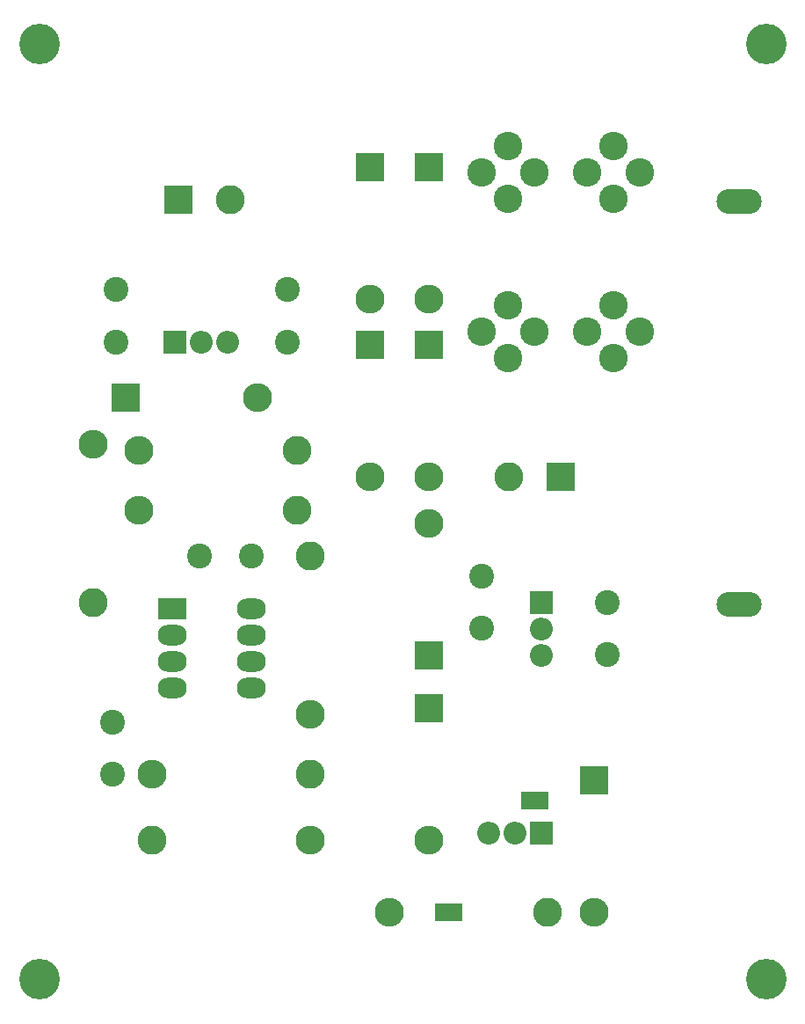
<source format=gbr>
G04 #@! TF.FileFunction,Soldermask,Bot*
%FSLAX46Y46*%
G04 Gerber Fmt 4.6, Leading zero omitted, Abs format (unit mm)*
G04 Created by KiCad (PCBNEW 4.0.6) date Thu Apr 29 15:37:00 2021*
%MOMM*%
%LPD*%
G01*
G04 APERTURE LIST*
%ADD10C,0.100000*%
%ADD11R,2.800000X2.800000*%
%ADD12C,2.800000*%
%ADD13C,2.400000*%
%ADD14O,2.800000X2.800000*%
%ADD15C,2.750000*%
%ADD16O,4.360000X2.380000*%
%ADD17R,1.370000X1.670000*%
%ADD18R,2.200000X2.200000*%
%ADD19O,2.200000X2.200000*%
%ADD20R,2.800000X2.000000*%
%ADD21O,2.800000X2.000000*%
%ADD22C,3.900120*%
G04 APERTURE END LIST*
D10*
D11*
X83820000Y-103505000D03*
D12*
X88820000Y-103505000D03*
D11*
X120650000Y-130175000D03*
D12*
X115650000Y-130175000D03*
D13*
X77787500Y-117157500D03*
X77787500Y-112157500D03*
X113030000Y-139700000D03*
X113030000Y-144700000D03*
X94297500Y-117157500D03*
X94297500Y-112157500D03*
X125095000Y-142240000D03*
X125095000Y-147240000D03*
X77470000Y-158750000D03*
X77470000Y-153750000D03*
X90805000Y-137795000D03*
X85805000Y-137795000D03*
D11*
X102235000Y-100330000D03*
D14*
X102235000Y-113030000D03*
D11*
X107950000Y-100330000D03*
D14*
X107950000Y-113030000D03*
D11*
X107950000Y-117475000D03*
D14*
X107950000Y-130175000D03*
D11*
X102235000Y-117475000D03*
D14*
X102235000Y-130175000D03*
D11*
X78740000Y-122555000D03*
D14*
X91440000Y-122555000D03*
D11*
X107950000Y-147320000D03*
D14*
X107950000Y-134620000D03*
D11*
X107950000Y-152400000D03*
D14*
X107950000Y-165100000D03*
D11*
X123825000Y-159385000D03*
D14*
X123825000Y-172085000D03*
D15*
X125730000Y-103425000D03*
X125730000Y-98345000D03*
X125730000Y-113665000D03*
X125730000Y-118745000D03*
X123190000Y-100885000D03*
X128270000Y-100885000D03*
X123190000Y-116205000D03*
X128270000Y-116205000D03*
X115570000Y-103425000D03*
X115570000Y-98345000D03*
X115570000Y-113665000D03*
X115570000Y-118745000D03*
X113030000Y-100885000D03*
X118110000Y-100885000D03*
X113030000Y-116205000D03*
X118110000Y-116205000D03*
D16*
X137795000Y-142400000D03*
X137795000Y-103665000D03*
D17*
X118750000Y-161290000D03*
X117470000Y-161290000D03*
D18*
X118745000Y-164465000D03*
D19*
X116205000Y-164465000D03*
X113665000Y-164465000D03*
D12*
X81280000Y-165100000D03*
D14*
X96520000Y-165100000D03*
D12*
X96520000Y-137795000D03*
D14*
X96520000Y-153035000D03*
D12*
X96520000Y-158750000D03*
D14*
X81280000Y-158750000D03*
D12*
X95250000Y-127635000D03*
D14*
X80010000Y-127635000D03*
D12*
X75565000Y-142240000D03*
D14*
X75565000Y-127000000D03*
D12*
X119380000Y-172085000D03*
D14*
X104140000Y-172085000D03*
D12*
X95250000Y-133350000D03*
D14*
X80010000Y-133350000D03*
D18*
X83502500Y-117157500D03*
D19*
X86042500Y-117157500D03*
X88582500Y-117157500D03*
D18*
X118745000Y-142240000D03*
D19*
X118745000Y-144780000D03*
X118745000Y-147320000D03*
D20*
X83185000Y-142875000D03*
D21*
X90805000Y-150495000D03*
X83185000Y-145415000D03*
X90805000Y-147955000D03*
X83185000Y-147955000D03*
X90805000Y-145415000D03*
X83185000Y-150495000D03*
X90805000Y-142875000D03*
D17*
X110495000Y-172085000D03*
X109215000Y-172085000D03*
D22*
X140413740Y-178513740D03*
X70413880Y-178513740D03*
X70413880Y-88513920D03*
X140413740Y-88513920D03*
M02*

</source>
